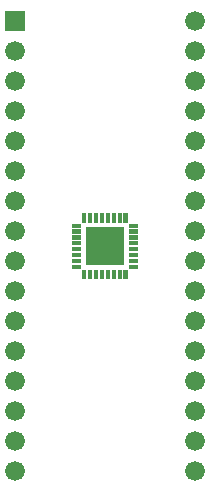
<source format=gbr>
G04 start of page 5 for group -4063 idx -4063 *
G04 Title: (unknown), componentmask *
G04 Creator: pcb 1.99z *
G04 CreationDate: Fri Sep 27 15:25:09 2013 UTC *
G04 For: tim *
G04 Format: Gerber/RS-274X *
G04 PCB-Dimensions (mil): 810.00 1660.00 *
G04 PCB-Coordinate-Origin: lower left *
%MOIN*%
%FSLAX25Y25*%
%LNTOPMASK*%
%ADD27R,0.0140X0.0140*%
%ADD26C,0.0001*%
%ADD25C,0.0660*%
G54D25*X11000Y65500D03*
Y55500D03*
Y45500D03*
Y35500D03*
Y25500D03*
Y15500D03*
Y5500D03*
X71000D03*
Y15500D03*
X11000Y125500D03*
Y115500D03*
Y105500D03*
Y95500D03*
G54D26*G36*
X7700Y158800D02*Y152200D01*
X14300D01*
Y158800D01*
X7700D01*
G37*
G54D25*X11000Y145500D03*
Y135500D03*
Y85500D03*
Y75500D03*
X71000Y25500D03*
Y35500D03*
Y45500D03*
Y55500D03*
Y65500D03*
Y75500D03*
Y85500D03*
Y95500D03*
Y105500D03*
Y115500D03*
Y125500D03*
Y135500D03*
Y145500D03*
Y155500D03*
G54D27*X49622Y73611D02*X51275D01*
X49622Y75579D02*X51275D01*
X49622Y77548D02*X51275D01*
X49622Y79516D02*X51275D01*
X49622Y81484D02*X51275D01*
X40016Y71878D02*Y70225D01*
X41984Y71878D02*Y70225D01*
X43952Y71878D02*Y70225D01*
X45921Y71878D02*Y70225D01*
X34111Y71878D02*Y70225D01*
X36079Y71878D02*Y70225D01*
X38048Y71878D02*Y70225D01*
X47889Y71878D02*Y70225D01*
X49622Y83452D02*X51275D01*
X49622Y85421D02*X51275D01*
X49622Y87389D02*X51275D01*
X47889Y90775D02*Y89122D01*
X45921Y90775D02*Y89122D01*
X43952Y90775D02*Y89122D01*
X41984Y90775D02*Y89122D01*
X40016Y90775D02*Y89122D01*
G54D26*G36*
X34698Y86802D02*Y74198D01*
X47302D01*
Y86802D01*
X34698D01*
G37*
G54D27*X38048Y90775D02*Y89122D01*
X36079Y90775D02*Y89122D01*
X34111Y90775D02*Y89122D01*
X30725Y87389D02*X32378D01*
X30725Y85421D02*X32378D01*
X30725Y83452D02*X32378D01*
X30725Y81484D02*X32378D01*
X30725Y79516D02*X32378D01*
X30725Y77548D02*X32378D01*
X30725Y75579D02*X32378D01*
X30725Y73611D02*X32378D01*
M02*

</source>
